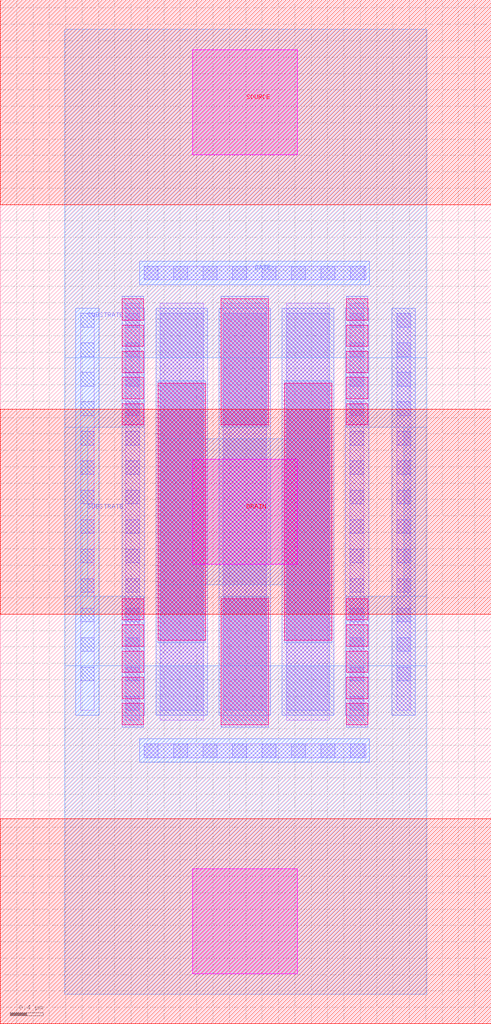
<source format=lef>
# Copyright 2020 The SkyWater PDK Authors
#
# Licensed under the Apache License, Version 2.0 (the "License");
# you may not use this file except in compliance with the License.
# You may obtain a copy of the License at
#
#     https://www.apache.org/licenses/LICENSE-2.0
#
# Unless required by applicable law or agreed to in writing, software
# distributed under the License is distributed on an "AS IS" BASIS,
# WITHOUT WARRANTIES OR CONDITIONS OF ANY KIND, either express or implied.
# See the License for the specific language governing permissions and
# limitations under the License.
#
# SPDX-License-Identifier: Apache-2.0

VERSION 5.7 ;
  NOWIREEXTENSIONATPIN ON ;
  DIVIDERCHAR "/" ;
  BUSBITCHARS "[]" ;
MACRO sky130_fd_pr__rf_nfet_01v8_hcM04W5p00L0p15
  CLASS BLOCK ;
  FOREIGN sky130_fd_pr__rf_nfet_01v8_hcM04W5p00L0p15 ;
  ORIGIN  0.000000  0.000000 ;
  SIZE  6.000000 BY  12.50000 ;
  PIN DRAIN
    ANTENNADIFFAREA  6.262000 ;
    PORT
      LAYER met3 ;
        RECT 0.000000 5.000000 6.000000 7.500000 ;
    END
  END DRAIN
  PIN GATE
    ANTENNAGATEAREA  3.030000 ;
    PORT
      LAYER met1 ;
        RECT 1.700000 3.190000 4.510000 3.480000 ;
        RECT 1.700000 9.020000 4.510000 9.310000 ;
    END
  END GATE
  PIN SOURCE
    ANTENNADIFFAREA  6.034750 ;
    PORT
      LAYER met3 ;
        RECT 0.000000  0.000000 6.000000  2.500000 ;
        RECT 0.000000 10.000000 6.000000 12.500000 ;
    END
  END SOURCE
  PIN SUBSTRATE
    ANTENNADIFFAREA  1.464500 ;
    PORT
      LAYER li1 ;
        RECT 0.980000 3.825000 1.150000 8.675000 ;
      LAYER mcon ;
        RECT 0.980000 4.185000 1.150000 4.355000 ;
        RECT 0.980000 4.545000 1.150000 4.715000 ;
        RECT 0.980000 4.905000 1.150000 5.075000 ;
        RECT 0.980000 5.265000 1.150000 5.435000 ;
        RECT 0.980000 5.625000 1.150000 5.795000 ;
        RECT 0.980000 5.985000 1.150000 6.155000 ;
        RECT 0.980000 6.345000 1.150000 6.515000 ;
        RECT 0.980000 6.705000 1.150000 6.875000 ;
        RECT 0.980000 7.065000 1.150000 7.235000 ;
        RECT 0.980000 7.425000 1.150000 7.595000 ;
        RECT 0.980000 7.785000 1.150000 7.955000 ;
        RECT 0.980000 8.145000 1.150000 8.315000 ;
        RECT 0.980000 8.505000 1.150000 8.675000 ;
    END
    PORT
      LAYER met1 ;
        RECT 0.920000 3.765000 1.210000 8.735000 ;
    END
  END SUBSTRATE
  OBS
    LAYER li1 ;
      RECT 1.535000 3.705000 1.705000 8.795000 ;
      RECT 1.760000 3.250000 4.470000 3.420000 ;
      RECT 1.760000 9.080000 4.470000 9.250000 ;
      RECT 1.955000 3.705000 2.485000 8.795000 ;
      RECT 2.725000 3.705000 3.255000 8.795000 ;
      RECT 3.495000 3.705000 4.025000 8.795000 ;
      RECT 4.275000 3.705000 4.445000 8.795000 ;
      RECT 4.845000 3.825000 5.015000 8.675000 ;
    LAYER mcon ;
      RECT 1.535000 3.825000 1.705000 3.995000 ;
      RECT 1.535000 4.185000 1.705000 4.355000 ;
      RECT 1.535000 4.545000 1.705000 4.715000 ;
      RECT 1.535000 4.905000 1.705000 5.075000 ;
      RECT 1.535000 5.265000 1.705000 5.435000 ;
      RECT 1.535000 5.625000 1.705000 5.795000 ;
      RECT 1.535000 5.985000 1.705000 6.155000 ;
      RECT 1.535000 6.345000 1.705000 6.515000 ;
      RECT 1.535000 6.705000 1.705000 6.875000 ;
      RECT 1.535000 7.065000 1.705000 7.235000 ;
      RECT 1.535000 7.425000 1.705000 7.595000 ;
      RECT 1.535000 7.785000 1.705000 7.955000 ;
      RECT 1.535000 8.145000 1.705000 8.315000 ;
      RECT 1.535000 8.505000 1.705000 8.675000 ;
      RECT 1.760000 3.250000 1.930000 3.420000 ;
      RECT 1.760000 9.080000 1.930000 9.250000 ;
      RECT 1.955000 3.825000 2.485000 8.675000 ;
      RECT 2.120000 3.250000 2.290000 3.420000 ;
      RECT 2.120000 9.080000 2.290000 9.250000 ;
      RECT 2.480000 3.250000 2.650000 3.420000 ;
      RECT 2.480000 9.080000 2.650000 9.250000 ;
      RECT 2.725000 3.825000 3.255000 8.675000 ;
      RECT 2.840000 3.250000 3.010000 3.420000 ;
      RECT 2.840000 9.080000 3.010000 9.250000 ;
      RECT 3.200000 3.250000 3.370000 3.420000 ;
      RECT 3.200000 9.080000 3.370000 9.250000 ;
      RECT 3.495000 3.825000 4.025000 8.675000 ;
      RECT 3.560000 3.250000 3.730000 3.420000 ;
      RECT 3.560000 9.080000 3.730000 9.250000 ;
      RECT 3.920000 3.250000 4.090000 3.420000 ;
      RECT 3.920000 9.080000 4.090000 9.250000 ;
      RECT 4.275000 3.825000 4.445000 3.995000 ;
      RECT 4.275000 4.185000 4.445000 4.355000 ;
      RECT 4.275000 4.545000 4.445000 4.715000 ;
      RECT 4.275000 4.905000 4.445000 5.075000 ;
      RECT 4.275000 5.265000 4.445000 5.435000 ;
      RECT 4.275000 5.625000 4.445000 5.795000 ;
      RECT 4.275000 5.985000 4.445000 6.155000 ;
      RECT 4.275000 6.345000 4.445000 6.515000 ;
      RECT 4.275000 6.705000 4.445000 6.875000 ;
      RECT 4.275000 7.065000 4.445000 7.235000 ;
      RECT 4.275000 7.425000 4.445000 7.595000 ;
      RECT 4.275000 7.785000 4.445000 7.955000 ;
      RECT 4.275000 8.145000 4.445000 8.315000 ;
      RECT 4.275000 8.505000 4.445000 8.675000 ;
      RECT 4.280000 3.250000 4.450000 3.420000 ;
      RECT 4.280000 9.080000 4.450000 9.250000 ;
      RECT 4.845000 4.185000 5.015000 4.355000 ;
      RECT 4.845000 4.545000 5.015000 4.715000 ;
      RECT 4.845000 4.905000 5.015000 5.075000 ;
      RECT 4.845000 5.265000 5.015000 5.435000 ;
      RECT 4.845000 5.625000 5.015000 5.795000 ;
      RECT 4.845000 5.985000 5.015000 6.155000 ;
      RECT 4.845000 6.345000 5.015000 6.515000 ;
      RECT 4.845000 6.705000 5.015000 6.875000 ;
      RECT 4.845000 7.065000 5.015000 7.235000 ;
      RECT 4.845000 7.425000 5.015000 7.595000 ;
      RECT 4.845000 7.785000 5.015000 7.955000 ;
      RECT 4.845000 8.145000 5.015000 8.315000 ;
      RECT 4.845000 8.505000 5.015000 8.675000 ;
    LAYER met1 ;
      RECT 1.490000 3.620000 1.750000 3.765000 ;
      RECT 1.490000 3.765000 1.765000 8.735000 ;
      RECT 1.490000 8.735000 1.750000 8.880000 ;
      RECT 1.905000 3.765000 2.535000 8.735000 ;
      RECT 2.675000 3.765000 3.305000 8.735000 ;
      RECT 2.700000 3.620000 3.280000 3.765000 ;
      RECT 2.700000 8.735000 3.280000 8.880000 ;
      RECT 3.445000 3.765000 4.075000 8.735000 ;
      RECT 4.215000 3.765000 4.505000 8.735000 ;
      RECT 4.230000 3.620000 4.490000 3.765000 ;
      RECT 4.230000 8.735000 4.490000 8.880000 ;
      RECT 4.785000 3.765000 5.075000 8.735000 ;
    LAYER met2 ;
      RECT 0.790000 0.360000 5.210000  4.370000 ;
      RECT 0.790000 4.370000 1.750000  5.220000 ;
      RECT 0.790000 5.220000 1.070000  7.280000 ;
      RECT 0.790000 7.280000 1.750000  8.130000 ;
      RECT 0.790000 8.130000 5.210000 12.140000 ;
      RECT 1.930000 4.650000 2.510000  5.360000 ;
      RECT 1.930000 5.360000 4.050000  7.140000 ;
      RECT 1.930000 7.140000 2.510000  7.850000 ;
      RECT 2.700000 4.370000 3.280000  5.220000 ;
      RECT 2.700000 7.280000 3.280000  8.130000 ;
      RECT 3.470000 4.650000 4.050000  5.360000 ;
      RECT 3.470000 7.140000 4.050000  7.850000 ;
      RECT 4.230000 4.370000 5.210000  5.220000 ;
      RECT 4.230000 7.280000 5.210000  8.130000 ;
      RECT 4.930000 5.220000 5.210000  7.280000 ;
    LAYER via ;
      RECT 1.490000 3.650000 1.750000 3.910000 ;
      RECT 1.490000 3.970000 1.750000 4.230000 ;
      RECT 1.490000 4.290000 1.750000 4.550000 ;
      RECT 1.490000 4.610000 1.750000 4.870000 ;
      RECT 1.490000 4.930000 1.750000 5.190000 ;
      RECT 1.490000 7.310000 1.750000 7.570000 ;
      RECT 1.490000 7.630000 1.750000 7.890000 ;
      RECT 1.490000 7.950000 1.750000 8.210000 ;
      RECT 1.490000 8.270000 1.750000 8.530000 ;
      RECT 1.490000 8.590000 1.750000 8.850000 ;
      RECT 1.930000 4.680000 2.510000 7.820000 ;
      RECT 2.700000 3.650000 3.280000 5.190000 ;
      RECT 2.700000 7.310000 3.280000 8.850000 ;
      RECT 3.470000 4.680000 4.050000 7.820000 ;
      RECT 4.230000 3.650000 4.490000 3.910000 ;
      RECT 4.230000 3.970000 4.490000 4.230000 ;
      RECT 4.230000 4.290000 4.490000 4.550000 ;
      RECT 4.230000 4.610000 4.490000 4.870000 ;
      RECT 4.230000 4.930000 4.490000 5.190000 ;
      RECT 4.230000 7.310000 4.490000 7.570000 ;
      RECT 4.230000 7.630000 4.490000 7.890000 ;
      RECT 4.230000 7.950000 4.490000 8.210000 ;
      RECT 4.230000 8.270000 4.490000 8.530000 ;
      RECT 4.230000 8.590000 4.490000 8.850000 ;
    LAYER via2 ;
      RECT 2.350000  0.610000 3.630000  1.890000 ;
      RECT 2.350000  5.610000 3.630000  6.890000 ;
      RECT 2.350000 10.610000 3.630000 11.890000 ;
  END
END sky130_fd_pr__rf_nfet_01v8_hcM04W5p00L0p15
END LIBRARY

</source>
